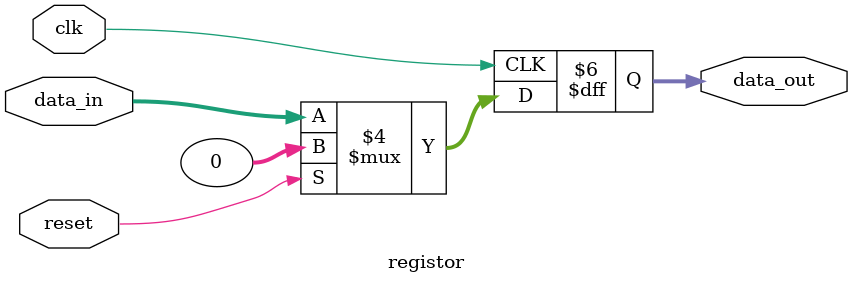
<source format=v>


module registor (
    input clk,
    input reset,
    input [31:0] data_in,
    output reg [31:0] data_out
);
    
    always @ (posedge clk) 
        if (reset == 1'b1)
            data_out <= 0;
        else
            data_out <= data_in;           
endmodule //registor with reset
</source>
